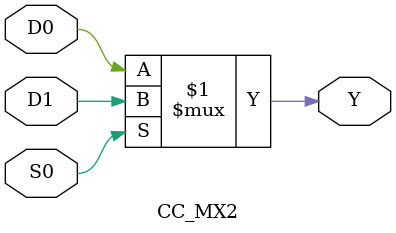
<source format=v>
module CC_MX2 (
	input  D0, D1,
	input  S0,
	output Y
);
	assign Y = S0 ? D1 : D0;
endmodule
</source>
